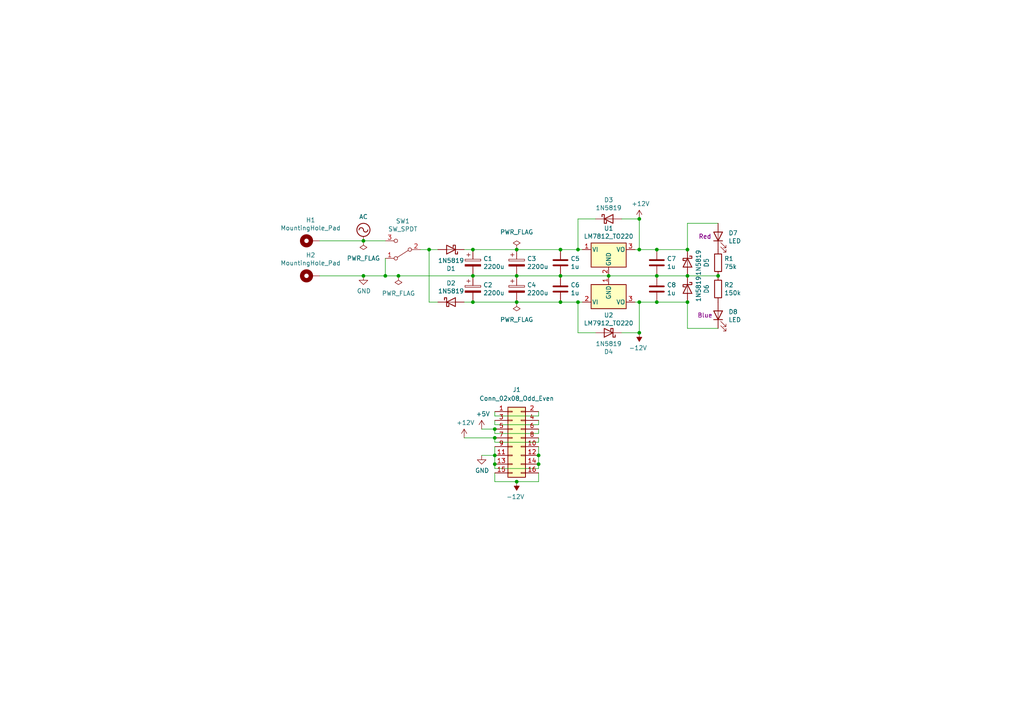
<source format=kicad_sch>
(kicad_sch (version 20211123) (generator eeschema)
  (paper "A4")
  (title_block (title "Power Supply") (date "2021-06-06") (rev "1.0"))
  (lib_symbols
    (symbol "Connector_Generic:Conn_02x08_Odd_Even" (pin_names (offset 1.016) hide)
      (property "Reference" "J" (at 1.27 10.16 0))
      (property "Value" "Conn_02x08_Odd_Even" (at 1.27 -12.7 0))
      (symbol "Conn_02x08_Odd_Even_1_1"
        (rectangle (start -1.27 -10.033) (end 0 -10.287) (stroke (width 0.1524)))
        (rectangle (start -1.27 -7.493) (end 0 -7.747) (stroke (width 0.1524)))
        (rectangle (start -1.27 -4.953) (end 0 -5.207) (stroke (width 0.1524)))
        (rectangle (start -1.27 -2.413) (end 0 -2.667) (stroke (width 0.1524)))
        (rectangle (start -1.27 0.127) (end 0 -0.127) (stroke (width 0.1524)))
        (rectangle (start -1.27 2.667) (end 0 2.413) (stroke (width 0.1524)))
        (rectangle (start -1.27 5.207) (end 0 4.953) (stroke (width 0.1524)))
        (rectangle (start -1.27 7.747) (end 0 7.493) (stroke (width 0.1524)))
        (rectangle (start -1.27 8.89) (end 3.81 -11.43) (stroke (width 0.254)) (fill (type background)))
        (rectangle (start 3.81 -10.033) (end 2.54 -10.287) (stroke (width 0.1524)))
        (rectangle (start 3.81 -7.493) (end 2.54 -7.747) (stroke (width 0.1524)))
        (rectangle (start 3.81 -4.953) (end 2.54 -5.207) (stroke (width 0.1524)))
        (rectangle (start 3.81 -2.413) (end 2.54 -2.667) (stroke (width 0.1524)))
        (rectangle (start 3.81 0.127) (end 2.54 -0.127) (stroke (width 0.1524)))
        (rectangle (start 3.81 2.667) (end 2.54 2.413) (stroke (width 0.1524)))
        (rectangle (start 3.81 5.207) (end 2.54 4.953) (stroke (width 0.1524)))
        (rectangle (start 3.81 7.747) (end 2.54 7.493) (stroke (width 0.1524)))
        (pin passive line (at -5.08 7.62 0) (length 3.81) (name "Pin_1") (number "1"))
        (pin passive line (at 7.62 -2.54 180) (length 3.81) (name "Pin_10") (number "10"))
        (pin passive line (at -5.08 -5.08 0) (length 3.81) (name "Pin_11") (number "11"))
        (pin passive line (at 7.62 -5.08 180) (length 3.81) (name "Pin_12") (number "12"))
        (pin passive line (at -5.08 -7.62 0) (length 3.81) (name "Pin_13") (number "13"))
        (pin passive line (at 7.62 -7.62 180) (length 3.81) (name "Pin_14") (number "14"))
        (pin passive line (at -5.08 -10.16 0) (length 3.81) (name "Pin_15") (number "15"))
        (pin passive line (at 7.62 -10.16 180) (length 3.81) (name "Pin_16") (number "16"))
        (pin passive line (at 7.62 7.62 180) (length 3.81) (name "Pin_2") (number "2"))
        (pin passive line (at -5.08 5.08 0) (length 3.81) (name "Pin_3") (number "3"))
        (pin passive line (at 7.62 5.08 180) (length 3.81) (name "Pin_4") (number "4"))
        (pin passive line (at -5.08 2.54 0) (length 3.81) (name "Pin_5") (number "5"))
        (pin passive line (at 7.62 2.54 180) (length 3.81) (name "Pin_6") (number "6"))
        (pin passive line (at -5.08 0 0) (length 3.81) (name "Pin_7") (number "7"))
        (pin passive line (at 7.62 0 180) (length 3.81) (name "Pin_8") (number "8"))
        (pin passive line (at -5.08 -2.54 0) (length 3.81) (name "Pin_9") (number "9"))
      )
    )
    (symbol "Device:C" (pin_numbers hide) (pin_names (offset 0.254))
      (property "Reference" "C" (at 0.635 2.54 0))
      (property "Value" "C" (at 0.635 -2.54 0))
      (symbol "C_0_1"
        (polyline (pts (xy -2.032 -0.762) (xy 2.032 -0.762)) (stroke (width 0.508)))
        (polyline (pts (xy -2.032 0.762) (xy 2.032 0.762)) (stroke (width 0.508)))
      )
      (symbol "C_1_1"
        (pin passive line (at 0 3.81 270) (length 2.794) (name "~") (number "1"))
        (pin passive line (at 0 -3.81 90) (length 2.794) (name "~") (number "2"))
      )
    )
    (symbol "Device:C_Polarized" (pin_numbers hide) (pin_names (offset 0.254))
      (property "Reference" "C" (at 0.635 2.54 0))
      (property "Value" "C_Polarized" (at 0.635 -2.54 0))
      (symbol "C_Polarized_0_1"
        (rectangle (start -2.286 0.508) (end 2.286 1.016))
        (polyline (pts (xy -1.778 2.286) (xy -0.762 2.286)))
        (polyline (pts (xy -1.27 2.794) (xy -1.27 1.778)))
        (rectangle (start 2.286 -0.508) (end -2.286 -1.016) (fill (type outline)))
      )
      (symbol "C_Polarized_1_1"
        (pin passive line (at 0 3.81 270) (length 2.794) (name "~") (number "1"))
        (pin passive line (at 0 -3.81 90) (length 2.794) (name "~") (number "2"))
      )
    )
    (symbol "Device:LED" (pin_numbers hide) (pin_names (offset 1.016) hide)
      (property "Reference" "D" (at 0 2.54 0))
      (property "Value" "LED" (at 0 -2.54 0))
      (symbol "LED_0_1"
        (polyline (pts (xy -1.27 -1.27) (xy -1.27 1.27)) (stroke (width 0.254)))
        (polyline (pts (xy -1.27 0) (xy 1.27 0)))
        (polyline (pts (xy 1.27 -1.27) (xy 1.27 1.27) (xy -1.27 0) (xy 1.27 -1.27)) (stroke (width 0.254)))
        (polyline (pts (xy -3.048 -0.762) (xy -4.572 -2.286) (xy -3.81 -2.286) (xy -4.572 -2.286) (xy -4.572 -1.524)))
        (polyline (pts (xy -1.778 -0.762) (xy -3.302 -2.286) (xy -2.54 -2.286) (xy -3.302 -2.286) (xy -3.302 -1.524)))
      )
      (symbol "LED_1_1"
        (pin passive line (at -3.81 0 0) (length 2.54) (name "K") (number "1"))
        (pin passive line (at 3.81 0 180) (length 2.54) (name "A") (number "2"))
      )
    )
    (symbol "Device:R" (pin_numbers hide) (pin_names (offset 0))
      (property "Reference" "R" (at 2.032 0 90))
      (property "Value" "R" (at 0 0 90))
      (symbol "R_0_1"
        (rectangle (start -1.016 -2.54) (end 1.016 2.54) (stroke (width 0.254)))
      )
      (symbol "R_1_1"
        (pin passive line (at 0 3.81 270) (length 1.27) (name "~") (number "1"))
        (pin passive line (at 0 -3.81 90) (length 1.27) (name "~") (number "2"))
      )
    )
    (symbol "Diode:1N5819" (pin_numbers hide) (pin_names (offset 1.016) hide)
      (property "Reference" "D" (at 0 2.54 0))
      (property "Value" "1N5819" (at 0 -2.54 0))
      (symbol "1N5819_0_1"
        (polyline (pts (xy 1.27 0) (xy -1.27 0)))
        (polyline (pts (xy 1.27 1.27) (xy 1.27 -1.27) (xy -1.27 0) (xy 1.27 1.27)) (stroke (width 0.254)))
        (polyline (pts (xy -1.905 0.635) (xy -1.905 1.27) (xy -1.27 1.27) (xy -1.27 -1.27) (xy -0.635 -1.27) (xy -0.635 -0.635)) (stroke (width 0.254)))
      )
      (symbol "1N5819_1_1"
        (pin passive line (at -3.81 0 0) (length 2.54) (name "K") (number "1"))
        (pin passive line (at 3.81 0 180) (length 2.54) (name "A") (number "2"))
      )
    )
    (symbol "Mechanical:MountingHole_Pad" (pin_numbers hide) (pin_names (offset 1.016) hide)
      (property "Reference" "H" (at 0 6.35 0))
      (property "Value" "MountingHole_Pad" (at 0 4.445 0))
      (symbol "MountingHole_Pad_0_1"
        (circle (center 0 1.27) (radius 1.27) (stroke (width 1.27)))
      )
      (symbol "MountingHole_Pad_1_1"
        (pin input line (at 0 -2.54 90) (length 2.54) (name "1") (number "1"))
      )
    )
    (symbol "Regulator_Linear:LM7812_TO220" (pin_names (offset 0.254))
      (property "Reference" "U" (at -3.81 3.175 0))
      (property "Value" "LM7812_TO220" (at 0 3.175 0))
      (symbol "LM7812_TO220_0_1"
        (rectangle (start -5.08 1.905) (end 5.08 -5.08) (stroke (width 0.254)) (fill (type background)))
      )
      (symbol "LM7812_TO220_1_1"
        (pin power_in line (at -7.62 0 0) (length 2.54) (name "VI") (number "1"))
        (pin power_in line (at 0 -7.62 90) (length 2.54) (name "GND") (number "2"))
        (pin power_out line (at 7.62 0 180) (length 2.54) (name "VO") (number "3"))
      )
    )
    (symbol "Regulator_Linear:LM7912_TO220" (pin_names (offset 0.254))
      (property "Reference" "U" (at -3.81 -3.175 0))
      (property "Value" "LM7912_TO220" (at 0 -3.175 0))
      (symbol "LM7912_TO220_0_1"
        (rectangle (start -5.08 5.08) (end 5.08 -1.905) (stroke (width 0.254)) (fill (type background)))
      )
      (symbol "LM7912_TO220_1_1"
        (pin power_in line (at 0 7.62 270) (length 2.54) (name "GND") (number "1"))
        (pin power_in line (at -7.62 0 0) (length 2.54) (name "VI") (number "2"))
        (pin power_out line (at 7.62 0 180) (length 2.54) (name "VO") (number "3"))
      )
    )
    (symbol "Switch:SW_SPDT" (pin_names (offset 0) hide)
      (property "Reference" "SW" (at 0 4.318 0))
      (property "Value" "SW_SPDT" (at 0 -5.08 0))
      (symbol "SW_SPDT_0_0"
        (circle (center -2.032 0) (radius 0.508))
        (circle (center 2.032 -2.54) (radius 0.508))
      )
      (symbol "SW_SPDT_0_1"
        (polyline (pts (xy -1.524 0.254) (xy 1.651 2.286)))
        (circle (center 2.032 2.54) (radius 0.508))
      )
      (symbol "SW_SPDT_1_1"
        (pin passive line (at 5.08 2.54 180) (length 2.54) (name "A") (number "1"))
        (pin passive line (at -5.08 0 0) (length 2.54) (name "B") (number "2"))
        (pin passive line (at 5.08 -2.54 180) (length 2.54) (name "C") (number "3"))
      )
    )
    (symbol "power:+12V" (power) (pin_names (offset 0))
      (property "Value" "+12V" (at 0 3.556 0))
      (symbol "+12V_0_1"
        (polyline (pts (xy -0.762 1.27) (xy 0 2.54)))
        (polyline (pts (xy 0 0) (xy 0 2.54)))
        (polyline (pts (xy 0 2.54) (xy 0.762 1.27)))
      )
      (symbol "+12V_1_1"
        (pin power_in line (at 0 0 90) (length 0) hide (name "+12V") (number "1"))
      )
    )
    (symbol "power:+5V" (power) (pin_names (offset 0))
      (property "Value" "+5V" (at 0 3.556 0))
      (symbol "+5V_0_1"
        (polyline (pts (xy -0.762 1.27) (xy 0 2.54)))
        (polyline (pts (xy 0 0) (xy 0 2.54)))
        (polyline (pts (xy 0 2.54) (xy 0.762 1.27)))
      )
      (symbol "+5V_1_1"
        (pin power_in line (at 0 0 90) (length 0) hide (name "+5V") (number "1"))
      )
    )
    (symbol "power:-12V" (power) (pin_names (offset 0))
      (property "Value" "-12V" (at 0 3.81 0))
      (symbol "-12V_0_0"
        (pin power_in line (at 0 0 90) (length 0) hide (name "-12V") (number "1"))
      )
      (symbol "-12V_0_1"
        (polyline (pts (xy 0 0) (xy 0 1.27) (xy 0.762 1.27) (xy 0 2.54) (xy -0.762 1.27) (xy 0 1.27)) (fill (type outline)))
      )
    )
    (symbol "power:AC" (power) (pin_names (offset 0))
      (property "Value" "AC" (at 0 6.35 0))
      (symbol "AC_0_1"
        (polyline (pts (xy 0 0) (xy 0 1.27)))
        (arc (start 0 3.175) (mid -0.635 3.81) (end -1.27 3.175) (stroke (width 0.254)))
        (arc (start 0 3.175) (mid 0.635 2.54) (end 1.27 3.175) (stroke (width 0.254)))
        (circle (center 0 3.175) (radius 1.905) (stroke (width 0.254)))
      )
      (symbol "AC_1_1"
        (pin power_in line (at 0 0 90) (length 0) hide (name "AC") (number "1"))
      )
    )
    (symbol "power:GND" (power) (pin_names (offset 0))
      (property "Value" "GND" (at 0 -3.81 0))
      (symbol "GND_0_1"
        (polyline (pts (xy 0 0) (xy 0 -1.27) (xy 1.27 -1.27) (xy 0 -2.54) (xy -1.27 -1.27) (xy 0 -1.27)))
      )
      (symbol "GND_1_1"
        (pin power_in line (at 0 0 270) (length 0) hide (name "GND") (number "1"))
      )
    )
    (symbol "power:PWR_FLAG" (power) (pin_numbers hide) (pin_names (offset 0) hide)
      (property "Value" "PWR_FLAG" (at 0 3.81 0))
      (symbol "PWR_FLAG_0_0"
        (pin power_out line (at 0 0 90) (length 0) (name "pwr") (number "1"))
      )
      (symbol "PWR_FLAG_0_1"
        (polyline (pts (xy 0 0) (xy 0 1.27) (xy -1.016 1.905) (xy 0 2.54) (xy 1.016 1.905) (xy 0 1.27)))
      )
    )
  )
  (junction (at 190.5 80.01))
  (junction (at 185.42 72.39))
  (junction (at 143.51 134.62))
  (junction (at 143.51 124.46))
  (junction (at 105.41 69.85))
  (junction (at 149.86 80.01))
  (junction (at 185.42 96.52))
  (junction (at 185.42 63.5))
  (junction (at 162.56 87.63))
  (junction (at 149.86 72.39))
  (junction (at 190.5 72.39))
  (junction (at 190.5 87.63))
  (junction (at 156.21 132.08))
  (junction (at 199.39 72.39))
  (junction (at 162.56 80.01))
  (junction (at 143.51 127))
  (junction (at 167.64 72.39))
  (junction (at 149.86 87.63))
  (junction (at 199.39 80.01))
  (junction (at 105.41 80.01))
  (junction (at 137.16 87.63))
  (junction (at 156.21 134.62))
  (junction (at 176.53 80.01))
  (junction (at 137.16 80.01))
  (junction (at 137.16 72.39))
  (junction (at 167.64 87.63))
  (junction (at 185.42 87.63))
  (junction (at 149.86 139.7))
  (junction (at 199.39 87.63))
  (junction (at 162.56 72.39))
  (junction (at 111.76 80.01))
  (junction (at 143.51 132.08))
  (junction (at 115.57 80.01))
  (junction (at 124.46 72.39))
  (junction (at 208.28 80.01))
  (wire (pts (xy 137.16 72.39) (xy 149.86 72.39)))
  (wire (pts (xy 167.64 72.39) (xy 168.91 72.39)))
  (wire (pts (xy 184.15 72.39) (xy 185.42 72.39)))
  (wire (pts (xy 143.51 124.46) (xy 143.51 125.73)))
  (wire (pts (xy 167.64 63.5) (xy 172.72 63.5)))
  (wire (pts (xy 111.76 74.93) (xy 111.76 80.01)))
  (wire (pts (xy 199.39 64.77) (xy 208.28 64.77)))
  (wire (pts (xy 162.56 87.63) (xy 167.64 87.63)))
  (wire (pts (xy 162.56 80.01) (xy 176.53 80.01)))
  (wire (pts (xy 156.21 139.7) (xy 156.21 137.16)))
  (wire (pts (xy 149.86 139.7) (xy 156.21 139.7)))
  (wire (pts (xy 139.7 132.08) (xy 143.51 132.08)))
  (wire (pts (xy 143.51 137.16) (xy 143.51 139.7)))
  (wire (pts (xy 124.46 72.39) (xy 124.46 87.63)))
  (wire (pts (xy 180.34 63.5) (xy 185.42 63.5)))
  (wire (pts (xy 143.51 123.19) (xy 156.21 123.19)))
  (wire (pts (xy 185.42 63.5) (xy 185.42 72.39)))
  (wire (pts (xy 121.92 72.39) (xy 124.46 72.39)))
  (wire (pts (xy 143.51 139.7) (xy 149.86 139.7)))
  (wire (pts (xy 156.21 134.62) (xy 156.21 132.08)))
  (wire (pts (xy 115.57 80.01) (xy 137.16 80.01)))
  (wire (pts (xy 137.16 87.63) (xy 149.86 87.63)))
  (wire (pts (xy 111.76 80.01) (xy 115.57 80.01)))
  (wire (pts (xy 143.51 120.65) (xy 156.21 120.65)))
  (wire (pts (xy 199.39 95.25) (xy 208.28 95.25)))
  (wire (pts (xy 149.86 72.39) (xy 162.56 72.39)))
  (wire (pts (xy 185.42 87.63) (xy 190.5 87.63)))
  (wire (pts (xy 143.51 135.89) (xy 156.21 135.89)))
  (wire (pts (xy 137.16 80.01) (xy 149.86 80.01)))
  (wire (pts (xy 167.64 96.52) (xy 172.72 96.52)))
  (wire (pts (xy 124.46 87.63) (xy 127 87.63)))
  (wire (pts (xy 134.62 72.39) (xy 137.16 72.39)))
  (wire (pts (xy 167.64 87.63) (xy 167.64 96.52)))
  (wire (pts (xy 127 72.39) (xy 124.46 72.39)))
  (wire (pts (xy 184.15 87.63) (xy 185.42 87.63)))
  (wire (pts (xy 176.53 80.01) (xy 190.5 80.01)))
  (wire (pts (xy 156.21 123.19) (xy 156.21 121.92)))
  (wire (pts (xy 105.41 69.85) (xy 111.76 69.85)))
  (wire (pts (xy 199.39 87.63) (xy 199.39 95.25)))
  (wire (pts (xy 156.21 120.65) (xy 156.21 119.38)))
  (wire (pts (xy 199.39 87.63) (xy 190.5 87.63)))
  (wire (pts (xy 190.5 72.39) (xy 199.39 72.39)))
  (wire (pts (xy 199.39 80.01) (xy 208.28 80.01)))
  (wire (pts (xy 143.51 125.73) (xy 156.21 125.73)))
  (wire (pts (xy 185.42 96.52) (xy 185.42 87.63)))
  (wire (pts (xy 149.86 80.01) (xy 162.56 80.01)))
  (wire (pts (xy 92.71 69.85) (xy 105.41 69.85)))
  (wire (pts (xy 156.21 132.08) (xy 156.21 129.54)))
  (wire (pts (xy 134.62 87.63) (xy 137.16 87.63)))
  (wire (pts (xy 143.51 132.08) (xy 143.51 134.62)))
  (wire (pts (xy 143.51 121.92) (xy 143.51 123.19)))
  (wire (pts (xy 105.41 80.01) (xy 111.76 80.01)))
  (wire (pts (xy 185.42 72.39) (xy 190.5 72.39)))
  (wire (pts (xy 143.51 128.27) (xy 156.21 128.27)))
  (wire (pts (xy 190.5 80.01) (xy 199.39 80.01)))
  (wire (pts (xy 143.51 119.38) (xy 143.51 120.65)))
  (wire (pts (xy 162.56 72.39) (xy 167.64 72.39)))
  (wire (pts (xy 199.39 72.39) (xy 199.39 64.77)))
  (wire (pts (xy 156.21 135.89) (xy 156.21 134.62)))
  (wire (pts (xy 167.64 72.39) (xy 167.64 63.5)))
  (wire (pts (xy 156.21 125.73) (xy 156.21 124.46)))
  (wire (pts (xy 156.21 128.27) (xy 156.21 127)))
  (wire (pts (xy 149.86 87.63) (xy 162.56 87.63)))
  (wire (pts (xy 167.64 87.63) (xy 168.91 87.63)))
  (wire (pts (xy 134.62 127) (xy 143.51 127)))
  (wire (pts (xy 180.34 96.52) (xy 185.42 96.52)))
  (wire (pts (xy 143.51 127) (xy 143.51 128.27)))
  (wire (pts (xy 139.7 124.46) (xy 143.51 124.46)))
  (wire (pts (xy 143.51 129.54) (xy 143.51 132.08)))
  (wire (pts (xy 143.51 134.62) (xy 143.51 135.89)))
  (wire (pts (xy 92.71 80.01) (xy 105.41 80.01)))
  (symbol (lib_id "Regulator_Linear:LM7812_TO220") (at 176.53 72.39 0) (unit 1)
    (property "Reference" "U1" (at 176.53 66.2432 0))
    (property "Value" "LM7812_TO220" (at 176.53 68.5546 0))
    (property "Footprint" "Package_TO_SOT_THT:TO-220-3_Vertical" (effects hide))
    (property "Datasheet" "https://www.onsemi.cn/PowerSolutions/document/MC7800-D.PDF" (effects hide))
  )
  (symbol (lib_id "Regulator_Linear:LM7912_TO220") (at 176.53 87.63 0) (unit 1)
    (property "Reference" "U2" (at 176.53 91.4146 0))
    (property "Value" "LM7912_TO220" (at 176.53 93.726 0))
    (property "Footprint" "Package_TO_SOT_THT:TO-220-3_Vertical" (effects hide))
    (property "Datasheet" "hhttps://www.onsemi.com/pub/Collateral/MC7900-D.PDF" (effects hide))
  )
  (symbol (lib_id "Device:C_Polarized") (at 137.16 76.2 0) (unit 1)
    (property "Reference" "C1" (at 140.1572 75.0316 0) (effects (justify left)))
    (property "Value" "2200u" (at 140.1572 77.343 0) (effects (justify left)))
    (property "Footprint" "Capacitor_THT:CP_Radial_D16.0mm_P7.50mm" (effects hide))
  )
  (symbol (lib_id "Device:C_Polarized") (at 137.16 83.82 0) (unit 1)
    (property "Reference" "C2" (at 140.1572 82.6516 0) (effects (justify left)))
    (property "Value" "2200u" (at 140.1572 84.963 0) (effects (justify left)))
    (property "Footprint" "Capacitor_THT:CP_Radial_D16.0mm_P7.50mm" (effects hide))
  )
  (symbol (lib_id "Device:C_Polarized") (at 149.86 76.2 0) (unit 1)
    (property "Reference" "C3" (at 152.8572 75.0316 0) (effects (justify left)))
    (property "Value" "2200u" (at 152.8572 77.343 0) (effects (justify left)))
    (property "Footprint" "Capacitor_THT:CP_Radial_D16.0mm_P7.50mm" (effects hide))
  )
  (symbol (lib_id "Device:C_Polarized") (at 149.86 83.82 0) (unit 1)
    (property "Reference" "C4" (at 152.8572 82.6516 0) (effects (justify left)))
    (property "Value" "2200u" (at 152.8572 84.963 0) (effects (justify left)))
    (property "Footprint" "Capacitor_THT:CP_Radial_D16.0mm_P7.50mm" (effects hide))
  )
  (symbol (lib_id "Device:C") (at 162.56 76.2 0) (unit 1)
    (property "Reference" "C5" (at 165.481 75.0316 0) (effects (justify left)))
    (property "Value" "1u" (at 165.481 77.343 0) (effects (justify left)))
    (property "Footprint" "Capacitor_THT:C_Disc_D5.0mm_W2.5mm_P5.00mm" (effects hide))
  )
  (symbol (lib_id "Device:C") (at 162.56 83.82 0) (unit 1)
    (property "Reference" "C6" (at 165.481 82.6516 0) (effects (justify left)))
    (property "Value" "1u" (at 165.481 84.963 0) (effects (justify left)))
    (property "Footprint" "Capacitor_THT:C_Disc_D5.0mm_W2.5mm_P5.00mm" (effects hide))
  )
  (symbol (lib_id "Device:C") (at 190.5 76.2 0) (unit 1)
    (property "Reference" "C7" (at 193.421 75.0316 0) (effects (justify left)))
    (property "Value" "1u" (at 193.421 77.343 0) (effects (justify left)))
    (property "Footprint" "Capacitor_THT:C_Disc_D5.0mm_W2.5mm_P5.00mm" (effects hide))
  )
  (symbol (lib_id "Device:C") (at 190.5 83.82 0) (unit 1)
    (property "Reference" "C8" (at 193.421 82.6516 0) (effects (justify left)))
    (property "Value" "1u" (at 193.421 84.963 0) (effects (justify left)))
    (property "Footprint" "Capacitor_THT:C_Disc_D5.0mm_W2.5mm_P5.00mm" (effects hide))
  )
  (symbol (lib_id "Diode:1N5819") (at 176.53 63.5 0) (unit 1)
    (property "Reference" "D3" (at 176.53 57.9882 0))
    (property "Value" "1N5819" (at 176.53 60.2996 0))
    (property "Footprint" "Diode_THT:D_DO-41_SOD81_P10.16mm_Horizontal" (effects hide))
    (property "Datasheet" "http://www.vishay.com/docs/88525/1n5817.pdf" (effects hide))
  )
  (symbol (lib_id "Diode:1N5819") (at 176.53 96.52 180) (unit 1)
    (property "Reference" "D4" (at 176.53 102.0318 0))
    (property "Value" "1N5819" (at 176.53 99.7204 0))
    (property "Footprint" "Diode_THT:D_DO-41_SOD81_P10.16mm_Horizontal" (effects hide))
    (property "Datasheet" "http://www.vishay.com/docs/88525/1n5817.pdf" (effects hide))
  )
  (symbol (lib_id "Diode:1N5819") (at 199.39 76.2 270) (unit 1)
    (property "Reference" "D5" (at 204.9018 76.2 0))
    (property "Value" "1N5819" (at 202.5904 76.2 0))
    (property "Footprint" "Diode_THT:D_DO-41_SOD81_P10.16mm_Horizontal" (effects hide))
    (property "Datasheet" "http://www.vishay.com/docs/88525/1n5817.pdf" (effects hide))
  )
  (symbol (lib_id "Diode:1N5819") (at 199.39 83.82 270) (unit 1)
    (property "Reference" "D6" (at 204.9018 83.82 0))
    (property "Value" "1N5819" (at 202.5904 83.82 0))
    (property "Footprint" "Diode_THT:D_DO-41_SOD81_P10.16mm_Horizontal" (effects hide))
    (property "Datasheet" "http://www.vishay.com/docs/88525/1n5817.pdf" (effects hide))
  )
  (symbol (lib_id "Device:LED") (at 208.28 68.58 90) (unit 1)
    (property "Reference" "D7" (at 211.2772 67.5894 90) (effects (justify right)))
    (property "Value" "LED" (at 211.2772 69.9008 90) (effects (justify right)))
    (property "Footprint" "LED_THT:LED_D5.0mm" (effects hide))
    (property "Notes" "Red" (at 204.47 68.58 90))
  )
  (symbol (lib_id "Device:R") (at 208.28 76.2 0) (unit 1)
    (property "Reference" "R1" (at 210.058 75.0316 0) (effects (justify left)))
    (property "Value" "75k" (at 210.058 77.343 0) (effects (justify left)))
    (property "Footprint" "Resistor_THT:R_Axial_DIN0207_L6.3mm_D2.5mm_P7.62mm_Horizontal" (effects hide))
  )
  (symbol (lib_id "Device:LED") (at 208.28 91.44 90) (unit 1)
    (property "Reference" "D8" (at 211.2772 90.4494 90) (effects (justify right)))
    (property "Value" "LED" (at 211.2772 92.7608 90) (effects (justify right)))
    (property "Footprint" "LED_THT:LED_D5.0mm" (effects hide))
    (property "Notes" "Blue" (at 204.47 91.44 90))
  )
  (symbol (lib_id "Device:R") (at 208.28 83.82 0) (unit 1)
    (property "Reference" "R2" (at 210.058 82.6516 0) (effects (justify left)))
    (property "Value" "150k" (at 210.058 84.963 0) (effects (justify left)))
    (property "Footprint" "Resistor_THT:R_Axial_DIN0207_L6.3mm_D2.5mm_P7.62mm_Horizontal" (effects hide))
  )
  (symbol (lib_id "Mechanical:MountingHole_Pad") (at 90.17 69.85 90) (unit 1)
    (property "Reference" "H1" (at 90.0938 63.8302 90))
    (property "Value" "MountingHole_Pad" (at 90.0938 66.1416 90))
    (property "Footprint" "Connector_PinSocket_2.54mm:PinSocket_1x01_P2.54mm_Vertical" (effects hide))
  )
  (symbol (lib_id "Mechanical:MountingHole_Pad") (at 90.17 80.01 90) (unit 1)
    (property "Reference" "H2" (at 90.0938 73.9902 90))
    (property "Value" "MountingHole_Pad" (at 90.0938 76.3016 90))
    (property "Footprint" "Connector_PinSocket_2.54mm:PinSocket_1x01_P2.54mm_Vertical" (effects hide))
  )
  (symbol (lib_id "Diode:1N5819") (at 130.81 72.39 180) (unit 1)
    (property "Reference" "D1" (at 130.81 77.9018 0))
    (property "Value" "1N5819" (at 130.81 75.5904 0))
    (property "Footprint" "Diode_THT:D_DO-41_SOD81_P10.16mm_Horizontal" (effects hide))
    (property "Datasheet" "http://www.vishay.com/docs/88525/1n5817.pdf" (effects hide))
  )
  (symbol (lib_id "Diode:1N5819") (at 130.81 87.63 0) (unit 1)
    (property "Reference" "D2" (at 130.81 82.1182 0))
    (property "Value" "1N5819" (at 130.81 84.4296 0))
    (property "Footprint" "Diode_THT:D_DO-41_SOD81_P10.16mm_Horizontal" (effects hide))
    (property "Datasheet" "http://www.vishay.com/docs/88525/1n5817.pdf" (effects hide))
  )
  (symbol (lib_id "Switch:SW_SPDT") (at 116.84 72.39 180) (unit 1)
    (property "Reference" "SW1" (at 116.84 64.135 0))
    (property "Value" "SW_SPDT" (at 116.84 66.4464 0))
    (property "Footprint" "Switch:MTS-102_MTS-103_MTS-112_MTS-113_MTS-123" (effects hide))
  )
  (symbol (lib_id "power:GND") (at 105.41 80.01 0) (unit 1)
    (property "Reference" "#PWR02" (effects hide))
    (property "Value" "GND" (at 105.537 84.4042 0))
  )
  (symbol (lib_id "power:+12V") (at 185.42 63.5 0) (unit 1)
    (property "Reference" "#PWR0101" (effects hide))
    (property "Value" "+12V" (at 185.801 59.1058 0))
  )
  (symbol (lib_id "power:-12V") (at 185.42 96.52 180) (unit 1)
    (property "Reference" "#PWR0102" (effects hide))
    (property "Value" "-12V" (at 185.039 100.9142 0))
  )
  (symbol (lib_id "Connector_Generic:Conn_02x08_Odd_Even") (at 148.59 127 0) (unit 1)
    (property "Reference" "J1" (at 149.86 113.03 0))
    (property "Value" "Conn_02x08_Odd_Even" (at 149.86 115.57 0))
    (property "Footprint" "Connector_PinHeader_2.54mm:PinHeader_2x08_P2.54mm_Vertical" (effects hide))
  )
  (symbol (lib_id "power:AC") (at 105.41 69.85 0) (unit 1)
    (property "Reference" "#PWR01" (effects hide))
    (property "Value" "AC" (at 105.41 62.865 0))
  )
  (symbol (lib_id "power:GND") (at 139.7 132.08 0) (unit 1)
    (property "Reference" "#PWR0104" (effects hide))
    (property "Value" "GND" (at 139.827 136.4742 0))
  )
  (symbol (lib_id "power:-12V") (at 149.86 139.7 180) (unit 1)
    (property "Reference" "#PWR0105" (effects hide))
    (property "Value" "-12V" (at 149.479 144.0942 0))
  )
  (symbol (lib_id "power:+5V") (at 139.7 124.46 0) (unit 1)
    (property "Reference" "#PWR0106" (effects hide))
    (property "Value" "+5V" (at 140.081 120.0658 0))
  )
  (symbol (lib_id "power:+12V") (at 134.62 127 0) (unit 1)
    (property "Reference" "#PWR0107" (effects hide))
    (property "Value" "+12V" (at 135.001 122.6058 0))
  )
  (symbol (lib_id "power:PWR_FLAG") (at 115.57 80.01 180) (unit 1)
    (property "Reference" "#FLG0102" (effects hide))
    (property "Value" "PWR_FLAG" (at 115.57 85.09 0))
  )
  (symbol (lib_id "power:PWR_FLAG") (at 149.86 87.63 180) (unit 1)
    (property "Reference" "#FLG0106" (effects hide))
    (property "Value" "PWR_FLAG" (at 149.86 92.71 0))
  )
  (symbol (lib_id "power:PWR_FLAG") (at 149.86 72.39 0) (unit 1)
    (property "Reference" "#FLG0101" (effects hide))
    (property "Value" "PWR_FLAG" (at 149.86 67.31 0))
  )
  (symbol (lib_id "power:PWR_FLAG") (at 105.41 69.85 180) (unit 1)
    (property "Reference" "#FLG0107" (effects hide))
    (property "Value" "PWR_FLAG" (at 105.41 74.93 0))
  )
)
</source>
